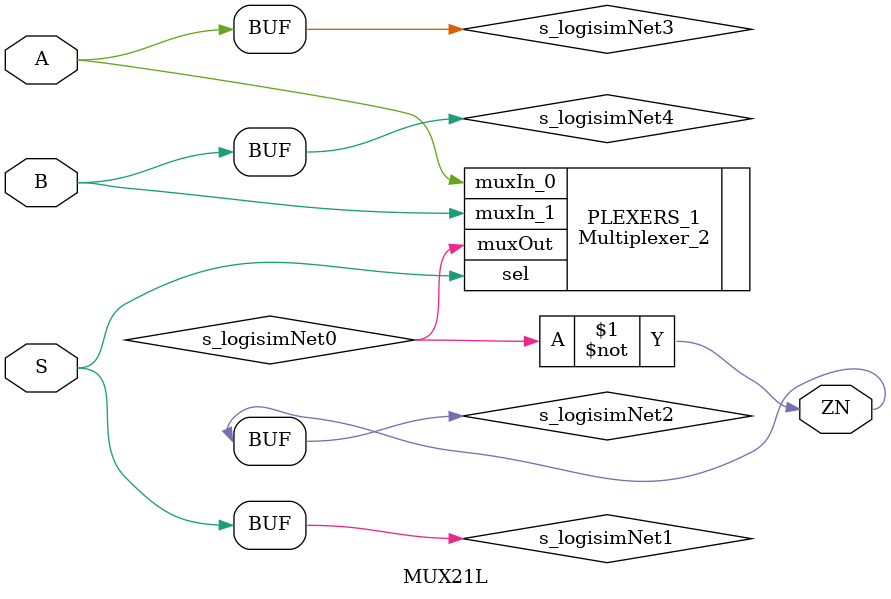
<source format=v>

/******************************************************************************
 ** Logisim-evolution goes FPGA automatic generated Verilog code             **
 ** https://github.com/logisim-evolution/                                    **
 **                                                                          **
 ** Component : MUX21L                                                       **
 **                                                                          **
 *****************************************************************************/

module MUX21L( A,
               B,
               S,
               ZN );

   /*******************************************************************************
   ** The inputs are defined here                                                **
   *******************************************************************************/
   input A;
   input B;
   input S;

   /*******************************************************************************
   ** The outputs are defined here                                               **
   *******************************************************************************/
   output ZN;

   /*******************************************************************************
   ** The wires are defined here                                                 **
   *******************************************************************************/
   wire s_logisimNet0;
   wire s_logisimNet1;
   wire s_logisimNet2;
   wire s_logisimNet3;
   wire s_logisimNet4;

   /*******************************************************************************
   ** The module functionality is described here                                 **
   *******************************************************************************/

   /*******************************************************************************
   ** Here all input connections are defined                                     **
   *******************************************************************************/
   assign s_logisimNet1 = S;
   assign s_logisimNet3 = A;
   assign s_logisimNet4 = B;

   /*******************************************************************************
   ** Here all output connections are defined                                    **
   *******************************************************************************/
   assign ZN = s_logisimNet2;

   /*******************************************************************************
   ** Here all in-lined components are defined                                   **
   *******************************************************************************/

   // NOT Gate
   assign s_logisimNet2 = ~s_logisimNet0;

   /*******************************************************************************
   ** Here all normal components are defined                                     **
   *******************************************************************************/
   Multiplexer_2   PLEXERS_1 (
                              .muxIn_0(s_logisimNet3),
                              .muxIn_1(s_logisimNet4),
                              .muxOut(s_logisimNet0),
                              .sel(s_logisimNet1));


endmodule

</source>
